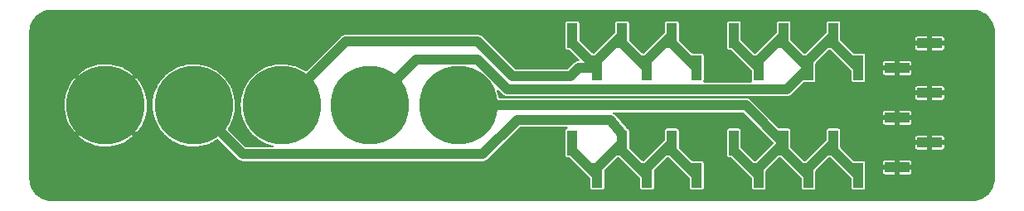
<source format=gbr>
%TF.GenerationSoftware,KiCad,Pcbnew,6.0.9+dfsg-1~bpo11+1*%
%TF.CreationDate,2022-11-11T14:52:19+01:00*%
%TF.ProjectId,014-base-power-board,3031342d-6261-4736-952d-706f7765722d,1*%
%TF.SameCoordinates,Original*%
%TF.FileFunction,Copper,L2,Bot*%
%TF.FilePolarity,Positive*%
%FSLAX46Y46*%
G04 Gerber Fmt 4.6, Leading zero omitted, Abs format (unit mm)*
G04 Created by KiCad (PCBNEW 6.0.9+dfsg-1~bpo11+1) date 2022-11-11 14:52:19*
%MOMM*%
%LPD*%
G01*
G04 APERTURE LIST*
%TA.AperFunction,ComponentPad*%
%ADD10C,8.000000*%
%TD*%
%TA.AperFunction,SMDPad,CuDef*%
%ADD11R,1.000000X2.510000*%
%TD*%
%TA.AperFunction,SMDPad,CuDef*%
%ADD12R,2.510000X1.000000*%
%TD*%
%TA.AperFunction,ComponentPad*%
%ADD13C,3.400000*%
%TD*%
%TA.AperFunction,Conductor*%
%ADD14C,1.000000*%
%TD*%
G04 APERTURE END LIST*
D10*
%TO.P,J1,1,Pin_1*%
%TO.N,GND*%
X106500000Y-90500000D03*
%TD*%
%TO.P,J7,1,Pin_1*%
%TO.N,Net-(J7-Pad1)*%
X133500000Y-90500000D03*
%TD*%
%TO.P,J3,1,Pin_1*%
%TO.N,Net-(J3-Pad1)*%
X115500000Y-90500000D03*
%TD*%
%TO.P,J9,1,Pin_1*%
%TO.N,Net-(J10-Pad1)*%
X142500000Y-90500000D03*
%TD*%
%TO.P,J5,1,Pin_1*%
%TO.N,Net-(J5-Pad1)*%
X124500000Y-90500000D03*
%TD*%
D11*
%TO.P,J10,6,Pin_6*%
%TO.N,Net-(J10-Pad1)*%
X170650000Y-94345000D03*
%TO.P,J10,5,Pin_5*%
X173190000Y-97655000D03*
%TO.P,J10,4,Pin_4*%
X175730000Y-94345000D03*
%TO.P,J10,3,Pin_3*%
X178270000Y-97655000D03*
%TO.P,J10,2,Pin_2*%
X180810000Y-94345000D03*
%TO.P,J10,1,Pin_1*%
X183350000Y-97655000D03*
%TD*%
%TO.P,J8,6,Pin_6*%
%TO.N,Net-(J7-Pad1)*%
X170650000Y-83345000D03*
%TO.P,J8,5,Pin_5*%
X173190000Y-86655000D03*
%TO.P,J8,4,Pin_4*%
X175730000Y-83345000D03*
%TO.P,J8,3,Pin_3*%
X178270000Y-86655000D03*
%TO.P,J8,2,Pin_2*%
X180810000Y-83345000D03*
%TO.P,J8,1,Pin_1*%
X183350000Y-86655000D03*
%TD*%
%TO.P,J6,6,Pin_6*%
%TO.N,Net-(J5-Pad1)*%
X154150000Y-83345000D03*
%TO.P,J6,5,Pin_5*%
X156690000Y-86655000D03*
%TO.P,J6,4,Pin_4*%
X159230000Y-83345000D03*
%TO.P,J6,3,Pin_3*%
X161770000Y-86655000D03*
%TO.P,J6,2,Pin_2*%
X164310000Y-83345000D03*
%TO.P,J6,1,Pin_1*%
X166850000Y-86655000D03*
%TD*%
%TO.P,J4,6,Pin_6*%
%TO.N,Net-(J3-Pad1)*%
X154150000Y-94345000D03*
%TO.P,J4,5,Pin_5*%
X156690000Y-97655000D03*
%TO.P,J4,4,Pin_4*%
X159230000Y-94345000D03*
%TO.P,J4,3,Pin_3*%
X161770000Y-97655000D03*
%TO.P,J4,2,Pin_2*%
X164310000Y-94345000D03*
%TO.P,J4,1,Pin_1*%
X166850000Y-97655000D03*
%TD*%
D12*
%TO.P,J2,1,Pin_1*%
%TO.N,GND*%
X190655000Y-84150000D03*
%TO.P,J2,2,Pin_2*%
X187345000Y-86690000D03*
%TO.P,J2,3,Pin_3*%
X190655000Y-89230000D03*
%TO.P,J2,4,Pin_4*%
X187345000Y-91770000D03*
%TO.P,J2,5,Pin_5*%
X190655000Y-94310000D03*
%TO.P,J2,6,Pin_6*%
X187345000Y-96850000D03*
%TD*%
D13*
%TO.P,H4,1,1*%
%TO.N,GND*%
X195000000Y-98000000D03*
%TD*%
%TO.P,H1,1,1*%
%TO.N,GND*%
X101000000Y-83000000D03*
%TD*%
%TO.P,H3,1,1*%
%TO.N,GND*%
X195000000Y-83000000D03*
%TD*%
%TO.P,H6,1,1*%
%TO.N,GND*%
X101000000Y-98000000D03*
%TD*%
%TO.P,H2,1,1*%
%TO.N,GND*%
X148500000Y-83000000D03*
%TD*%
%TO.P,H5,1,1*%
%TO.N,GND*%
X148500000Y-98000000D03*
%TD*%
D14*
%TO.N,Net-(J3-Pad1)*%
X148500000Y-92000000D02*
X158000000Y-92000000D01*
%TO.N,Net-(J10-Pad1)*%
X142500000Y-90500000D02*
X171885000Y-90500000D01*
%TO.N,Net-(J7-Pad1)*%
X147500000Y-88853196D02*
X176071804Y-88853196D01*
%TO.N,Net-(J5-Pad1)*%
X148000000Y-87500000D02*
X154000000Y-87500000D01*
%TO.N,Net-(J3-Pad1)*%
X115500000Y-90500000D02*
X120500000Y-95500000D01*
X120500000Y-95500000D02*
X145000000Y-95500000D01*
X145000000Y-95500000D02*
X148500000Y-92000000D01*
X158000000Y-92000000D02*
X159230000Y-93430000D01*
X159230000Y-93430000D02*
X159230000Y-94345000D01*
%TO.N,Net-(J5-Pad1)*%
X124500000Y-90500000D02*
X131000000Y-84000000D01*
X154845000Y-86655000D02*
X156690000Y-86655000D01*
X131000000Y-84000000D02*
X144500000Y-84000000D01*
X144500000Y-84000000D02*
X148000000Y-87500000D01*
X154000000Y-87500000D02*
X154845000Y-86655000D01*
%TO.N,Net-(J10-Pad1)*%
X171885000Y-90500000D02*
X175730000Y-94345000D01*
%TO.N,Net-(J7-Pad1)*%
X133500000Y-90500000D02*
X138200000Y-85800000D01*
X144446804Y-85800000D02*
X147500000Y-88853196D01*
X138200000Y-85800000D02*
X144446804Y-85800000D01*
X176071804Y-88853196D02*
X178270000Y-86655000D01*
%TO.N,Net-(J10-Pad1)*%
X180810000Y-94345000D02*
X180810000Y-95115000D01*
X180810000Y-95115000D02*
X183350000Y-97655000D01*
X178270000Y-97655000D02*
X178270000Y-96885000D01*
X178270000Y-96885000D02*
X180810000Y-94345000D01*
X175730000Y-94345000D02*
X175730000Y-95115000D01*
X175730000Y-95115000D02*
X178270000Y-97655000D01*
X173190000Y-97655000D02*
X173190000Y-96885000D01*
X173190000Y-96885000D02*
X175730000Y-94345000D01*
X170650000Y-94345000D02*
X170650000Y-95115000D01*
X170650000Y-95115000D02*
X173190000Y-97655000D01*
%TO.N,Net-(J7-Pad1)*%
X180810000Y-83345000D02*
X180810000Y-84115000D01*
X180810000Y-84115000D02*
X183350000Y-86655000D01*
X178270000Y-86655000D02*
X178270000Y-85885000D01*
X178270000Y-85885000D02*
X180810000Y-83345000D01*
X175730000Y-83345000D02*
X175730000Y-84115000D01*
X175730000Y-84115000D02*
X178270000Y-86655000D01*
X173190000Y-86655000D02*
X173190000Y-85885000D01*
X173190000Y-85885000D02*
X175730000Y-83345000D01*
X170650000Y-83345000D02*
X170650000Y-84115000D01*
X170650000Y-84115000D02*
X173190000Y-86655000D01*
%TO.N,Net-(J5-Pad1)*%
X164310000Y-83345000D02*
X164310000Y-84115000D01*
X164310000Y-84115000D02*
X166850000Y-86655000D01*
X161770000Y-86655000D02*
X161770000Y-85885000D01*
X161770000Y-85885000D02*
X164310000Y-83345000D01*
X159230000Y-83345000D02*
X159230000Y-84115000D01*
X159230000Y-84115000D02*
X161770000Y-86655000D01*
X156690000Y-86655000D02*
X156690000Y-85885000D01*
X156690000Y-85885000D02*
X159230000Y-83345000D01*
X154150000Y-83345000D02*
X154150000Y-84115000D01*
X154150000Y-84115000D02*
X156690000Y-86655000D01*
%TO.N,Net-(J3-Pad1)*%
X164310000Y-94345000D02*
X164310000Y-95115000D01*
X164310000Y-95115000D02*
X166850000Y-97655000D01*
X161770000Y-97655000D02*
X161770000Y-96885000D01*
X161770000Y-96885000D02*
X164310000Y-94345000D01*
X159230000Y-94345000D02*
X159230000Y-95115000D01*
X159230000Y-95115000D02*
X161770000Y-97655000D01*
X156690000Y-97655000D02*
X156690000Y-96885000D01*
X156690000Y-96885000D02*
X159230000Y-94345000D01*
X154150000Y-94345000D02*
X154150000Y-95115000D01*
X154150000Y-95115000D02*
X156690000Y-97655000D01*
%TD*%
%TA.AperFunction,Conductor*%
%TO.N,GND*%
G36*
X194988169Y-80703018D02*
G01*
X194999641Y-80705656D01*
X195010517Y-80703195D01*
X195021664Y-80703214D01*
X195021664Y-80703243D01*
X195031772Y-80702422D01*
X195161986Y-80710298D01*
X195271204Y-80716905D01*
X195283056Y-80718344D01*
X195544422Y-80766241D01*
X195556015Y-80769098D01*
X195762244Y-80833361D01*
X195809695Y-80848148D01*
X195820873Y-80852387D01*
X196063170Y-80961436D01*
X196073756Y-80966992D01*
X196301142Y-81104452D01*
X196310980Y-81111243D01*
X196520132Y-81275103D01*
X196529081Y-81283030D01*
X196716970Y-81470919D01*
X196724897Y-81479868D01*
X196888757Y-81689020D01*
X196895548Y-81698858D01*
X197011369Y-81890448D01*
X197033008Y-81926244D01*
X197038563Y-81936827D01*
X197068642Y-82003660D01*
X197147613Y-82179127D01*
X197151852Y-82190305D01*
X197230900Y-82443977D01*
X197233759Y-82455578D01*
X197281655Y-82716936D01*
X197283096Y-82728803D01*
X197297547Y-82967712D01*
X197296724Y-82977628D01*
X197296862Y-82977628D01*
X197296842Y-82988776D01*
X197294344Y-82999641D01*
X197296804Y-83010513D01*
X197297059Y-83011638D01*
X197299500Y-83033488D01*
X197299500Y-97965983D01*
X197296982Y-97988169D01*
X197294344Y-97999641D01*
X197296805Y-98010517D01*
X197296786Y-98021664D01*
X197296757Y-98021664D01*
X197297578Y-98031772D01*
X197283096Y-98271197D01*
X197281656Y-98283056D01*
X197233761Y-98544415D01*
X197230900Y-98556023D01*
X197151852Y-98809695D01*
X197147613Y-98820873D01*
X197042443Y-99054552D01*
X197038564Y-99063170D01*
X197033009Y-99073754D01*
X197010795Y-99110500D01*
X196895548Y-99301142D01*
X196888757Y-99310980D01*
X196724897Y-99520132D01*
X196716970Y-99529081D01*
X196529081Y-99716970D01*
X196520132Y-99724897D01*
X196310980Y-99888757D01*
X196301142Y-99895548D01*
X196073756Y-100033008D01*
X196063170Y-100038564D01*
X195820873Y-100147613D01*
X195809695Y-100151852D01*
X195556015Y-100230902D01*
X195544422Y-100233759D01*
X195283056Y-100281656D01*
X195271204Y-100283095D01*
X195032288Y-100297547D01*
X195022372Y-100296724D01*
X195022372Y-100296862D01*
X195011224Y-100296842D01*
X195000359Y-100294344D01*
X194988359Y-100297059D01*
X194966512Y-100299500D01*
X101034017Y-100299500D01*
X101011831Y-100296982D01*
X101011801Y-100296975D01*
X101000359Y-100294344D01*
X100989483Y-100296805D01*
X100978336Y-100296786D01*
X100978336Y-100296757D01*
X100968228Y-100297578D01*
X100838014Y-100289702D01*
X100728796Y-100283095D01*
X100716944Y-100281656D01*
X100455578Y-100233759D01*
X100443985Y-100230902D01*
X100190305Y-100151852D01*
X100179127Y-100147613D01*
X99936830Y-100038564D01*
X99926244Y-100033008D01*
X99698858Y-99895548D01*
X99689020Y-99888757D01*
X99479868Y-99724897D01*
X99470919Y-99716970D01*
X99283030Y-99529081D01*
X99275103Y-99520132D01*
X99111243Y-99310980D01*
X99104452Y-99301142D01*
X98989205Y-99110500D01*
X98966991Y-99073754D01*
X98961436Y-99063170D01*
X98957558Y-99054552D01*
X98852387Y-98820873D01*
X98848148Y-98809695D01*
X98769100Y-98556023D01*
X98766239Y-98544415D01*
X98718344Y-98283056D01*
X98716904Y-98271197D01*
X98702469Y-98032548D01*
X98704207Y-98011810D01*
X98703747Y-98011757D01*
X98704389Y-98006179D01*
X98705655Y-98000718D01*
X98705656Y-98000000D01*
X98704412Y-97994545D01*
X98702980Y-97988266D01*
X98700500Y-97966248D01*
X98700500Y-93643364D01*
X103716018Y-93643364D01*
X103716710Y-93647736D01*
X103717235Y-93648435D01*
X103772852Y-93700664D01*
X103776529Y-93703793D01*
X104098194Y-93951509D01*
X104102164Y-93954268D01*
X104446469Y-94169414D01*
X104450687Y-94171771D01*
X104814340Y-94352290D01*
X104818762Y-94354222D01*
X105198314Y-94498400D01*
X105202881Y-94499884D01*
X105594692Y-94606336D01*
X105599407Y-94607373D01*
X105999721Y-94675082D01*
X106004517Y-94675654D01*
X106409531Y-94703975D01*
X106414352Y-94704076D01*
X106820187Y-94692740D01*
X106825012Y-94692368D01*
X107227795Y-94641485D01*
X107232563Y-94640645D01*
X107628476Y-94550695D01*
X107633110Y-94549401D01*
X108018355Y-94421247D01*
X108022871Y-94419495D01*
X108393766Y-94254362D01*
X108398067Y-94252189D01*
X108751086Y-94051647D01*
X108755162Y-94049061D01*
X109086913Y-93815036D01*
X109090735Y-93812049D01*
X109276250Y-93651917D01*
X109283158Y-93640510D01*
X109282880Y-93637197D01*
X109281316Y-93634869D01*
X106511086Y-90864639D01*
X106499203Y-90858585D01*
X106494172Y-90859381D01*
X103722072Y-93631481D01*
X103716018Y-93643364D01*
X98700500Y-93643364D01*
X98700500Y-90443692D01*
X102295429Y-90443692D01*
X102309599Y-90849460D01*
X102310003Y-90854269D01*
X102363697Y-91256686D01*
X102364573Y-91261460D01*
X102457277Y-91656706D01*
X102458616Y-91661376D01*
X102589448Y-92045693D01*
X102591228Y-92050191D01*
X102758950Y-92419930D01*
X102761154Y-92424219D01*
X102964151Y-92775818D01*
X102966772Y-92779887D01*
X103203104Y-93109992D01*
X103206119Y-93113796D01*
X103348212Y-93276107D01*
X103359671Y-93282938D01*
X103363162Y-93282620D01*
X103365220Y-93281227D01*
X106135361Y-90511086D01*
X106140603Y-90500797D01*
X106858585Y-90500797D01*
X106859381Y-90505828D01*
X109632137Y-93278584D01*
X109644020Y-93284638D01*
X109648572Y-93283917D01*
X109649017Y-93283586D01*
X109681541Y-93249432D01*
X109684706Y-93245765D01*
X109934655Y-92925844D01*
X109937445Y-92921890D01*
X110154983Y-92579107D01*
X110157375Y-92574896D01*
X110340427Y-92212513D01*
X110342393Y-92208098D01*
X110489211Y-91829579D01*
X110490735Y-91824996D01*
X110599913Y-91433965D01*
X110600988Y-91429235D01*
X110671486Y-91029423D01*
X110672093Y-91024613D01*
X110703306Y-90618965D01*
X110703448Y-90615852D01*
X110705043Y-90501560D01*
X110704989Y-90498451D01*
X110702193Y-90441281D01*
X111294844Y-90441281D01*
X111309184Y-90851913D01*
X111363525Y-91259185D01*
X111457350Y-91659211D01*
X111589764Y-92048172D01*
X111759501Y-92422356D01*
X111964942Y-92778190D01*
X111966345Y-92780150D01*
X111966351Y-92780159D01*
X112170627Y-93065488D01*
X112204125Y-93112278D01*
X112474769Y-93421432D01*
X112476529Y-93423085D01*
X112476536Y-93423092D01*
X112545173Y-93487546D01*
X112774289Y-93702700D01*
X112776201Y-93704172D01*
X112776204Y-93704175D01*
X113097374Y-93951509D01*
X113099826Y-93953397D01*
X113196547Y-94013835D01*
X113446225Y-94169851D01*
X113446230Y-94169854D01*
X113448274Y-94171131D01*
X113450438Y-94172205D01*
X113450443Y-94172208D01*
X113814130Y-94352744D01*
X113816306Y-94353824D01*
X114200409Y-94499731D01*
X114202717Y-94500358D01*
X114202726Y-94500361D01*
X114415267Y-94558107D01*
X114596916Y-94607460D01*
X115002044Y-94675982D01*
X115004452Y-94676150D01*
X115004457Y-94676151D01*
X115409520Y-94704476D01*
X115409524Y-94704476D01*
X115411925Y-94704644D01*
X115414331Y-94704577D01*
X115414341Y-94704577D01*
X115820225Y-94693239D01*
X115820232Y-94693238D01*
X115822647Y-94693171D01*
X116230289Y-94641674D01*
X116232642Y-94641139D01*
X116232650Y-94641138D01*
X116628611Y-94551178D01*
X116628617Y-94551176D01*
X116630960Y-94550644D01*
X117020836Y-94420949D01*
X117328133Y-94284132D01*
X117393992Y-94254810D01*
X117393995Y-94254809D01*
X117396195Y-94253829D01*
X117753455Y-94050877D01*
X117865210Y-93972042D01*
X117923657Y-93953950D01*
X117981578Y-93973667D01*
X117992279Y-93982936D01*
X119985078Y-95975735D01*
X119989677Y-95980659D01*
X120027831Y-96024396D01*
X120032713Y-96027827D01*
X120032714Y-96027828D01*
X120080052Y-96061097D01*
X120084205Y-96064182D01*
X120103132Y-96079022D01*
X120129758Y-96099900D01*
X120129761Y-96099902D01*
X120134457Y-96103584D01*
X120139900Y-96106042D01*
X120139901Y-96106042D01*
X120142835Y-96107367D01*
X120159028Y-96116602D01*
X120166547Y-96121887D01*
X120172106Y-96124054D01*
X120172109Y-96124056D01*
X120226027Y-96145078D01*
X120230803Y-96147086D01*
X120246387Y-96154122D01*
X120288984Y-96173355D01*
X120297713Y-96174973D01*
X120298026Y-96175031D01*
X120315938Y-96180133D01*
X120324513Y-96183476D01*
X120387819Y-96191810D01*
X120392914Y-96192616D01*
X120423476Y-96198281D01*
X120449820Y-96203164D01*
X120449823Y-96203164D01*
X120455692Y-96204252D01*
X120517925Y-96200664D01*
X120523622Y-96200500D01*
X144972271Y-96200500D01*
X144979005Y-96200729D01*
X145036930Y-96204678D01*
X145042801Y-96203653D01*
X145042806Y-96203653D01*
X145099820Y-96193702D01*
X145104947Y-96192945D01*
X145162396Y-96185993D01*
X145162397Y-96185993D01*
X145168320Y-96185276D01*
X145176932Y-96182022D01*
X145194895Y-96177108D01*
X145203954Y-96175527D01*
X145252717Y-96154122D01*
X145262404Y-96149870D01*
X145267202Y-96147912D01*
X145321339Y-96127455D01*
X145326923Y-96125345D01*
X145331838Y-96121967D01*
X145331846Y-96121963D01*
X145334505Y-96120135D01*
X145350778Y-96111077D01*
X145353739Y-96109777D01*
X145359202Y-96107379D01*
X145363934Y-96103748D01*
X145363939Y-96103745D01*
X145409854Y-96068513D01*
X145414046Y-96065467D01*
X145461732Y-96032693D01*
X145461733Y-96032692D01*
X145466651Y-96029312D01*
X145470618Y-96024859D01*
X145470622Y-96024856D01*
X145508115Y-95982774D01*
X145512028Y-95978628D01*
X148761160Y-92729496D01*
X148815677Y-92701719D01*
X148831164Y-92700500D01*
X153575254Y-92700500D01*
X153633445Y-92719407D01*
X153669409Y-92768907D01*
X153669409Y-92830093D01*
X153633445Y-92879593D01*
X153594568Y-92896598D01*
X153581334Y-92899230D01*
X153581332Y-92899231D01*
X153571769Y-92901133D01*
X153505448Y-92945448D01*
X153461133Y-93011769D01*
X153449500Y-93070252D01*
X153449500Y-95087271D01*
X153449271Y-95094005D01*
X153445322Y-95151930D01*
X153446347Y-95157801D01*
X153446347Y-95157806D01*
X153448026Y-95167424D01*
X153449500Y-95184445D01*
X153449500Y-95619748D01*
X153461133Y-95678231D01*
X153505448Y-95744552D01*
X153571769Y-95788867D01*
X153581332Y-95790769D01*
X153581334Y-95790770D01*
X153604005Y-95795279D01*
X153630252Y-95800500D01*
X153803836Y-95800500D01*
X153862027Y-95819407D01*
X153873840Y-95829496D01*
X155960504Y-97916160D01*
X155988281Y-97970677D01*
X155989500Y-97986164D01*
X155989500Y-98929748D01*
X156001133Y-98988231D01*
X156045448Y-99054552D01*
X156111769Y-99098867D01*
X156121332Y-99100769D01*
X156121334Y-99100770D01*
X156144005Y-99105279D01*
X156170252Y-99110500D01*
X157209748Y-99110500D01*
X157235995Y-99105279D01*
X157258666Y-99100770D01*
X157258668Y-99100769D01*
X157268231Y-99098867D01*
X157334552Y-99054552D01*
X157378867Y-98988231D01*
X157390500Y-98929748D01*
X157390500Y-97682724D01*
X157390729Y-97675990D01*
X157394272Y-97624020D01*
X157394678Y-97618070D01*
X157393653Y-97612199D01*
X157393653Y-97612194D01*
X157391974Y-97602576D01*
X157390500Y-97585555D01*
X157390500Y-97216164D01*
X157409407Y-97157973D01*
X157419496Y-97146160D01*
X158736160Y-95829496D01*
X158790677Y-95801719D01*
X158806164Y-95800500D01*
X158883836Y-95800500D01*
X158942027Y-95819407D01*
X158953840Y-95829496D01*
X161040504Y-97916160D01*
X161068281Y-97970677D01*
X161069500Y-97986164D01*
X161069500Y-98929748D01*
X161081133Y-98988231D01*
X161125448Y-99054552D01*
X161191769Y-99098867D01*
X161201332Y-99100769D01*
X161201334Y-99100770D01*
X161224005Y-99105279D01*
X161250252Y-99110500D01*
X162289748Y-99110500D01*
X162315995Y-99105279D01*
X162338666Y-99100770D01*
X162338668Y-99100769D01*
X162348231Y-99098867D01*
X162414552Y-99054552D01*
X162458867Y-98988231D01*
X162470500Y-98929748D01*
X162470500Y-97682724D01*
X162470729Y-97675990D01*
X162474272Y-97624020D01*
X162474678Y-97618070D01*
X162473653Y-97612199D01*
X162473653Y-97612194D01*
X162471974Y-97602576D01*
X162470500Y-97585555D01*
X162470500Y-97216164D01*
X162489407Y-97157973D01*
X162499496Y-97146160D01*
X163816160Y-95829496D01*
X163870677Y-95801719D01*
X163886164Y-95800500D01*
X163963836Y-95800500D01*
X164022027Y-95819407D01*
X164033840Y-95829496D01*
X166120504Y-97916160D01*
X166148281Y-97970677D01*
X166149500Y-97986164D01*
X166149500Y-98929748D01*
X166161133Y-98988231D01*
X166205448Y-99054552D01*
X166271769Y-99098867D01*
X166281332Y-99100769D01*
X166281334Y-99100770D01*
X166304005Y-99105279D01*
X166330252Y-99110500D01*
X167369748Y-99110500D01*
X167395995Y-99105279D01*
X167418666Y-99100770D01*
X167418668Y-99100769D01*
X167428231Y-99098867D01*
X167494552Y-99054552D01*
X167538867Y-98988231D01*
X167550500Y-98929748D01*
X167550500Y-97682724D01*
X167550729Y-97675990D01*
X167554272Y-97624020D01*
X167554678Y-97618070D01*
X167553653Y-97612199D01*
X167553653Y-97612194D01*
X167551974Y-97602576D01*
X167550500Y-97585555D01*
X167550500Y-96380252D01*
X167538867Y-96321769D01*
X167494552Y-96255448D01*
X167428231Y-96211133D01*
X167418668Y-96209231D01*
X167418666Y-96209230D01*
X167391908Y-96203908D01*
X167369748Y-96199500D01*
X166426165Y-96199500D01*
X166367974Y-96180593D01*
X166356161Y-96170504D01*
X165039496Y-94853839D01*
X165011719Y-94799322D01*
X165010500Y-94783835D01*
X165010500Y-94418647D01*
X165012158Y-94400605D01*
X165013164Y-94395180D01*
X165013164Y-94395177D01*
X165014252Y-94389308D01*
X165010664Y-94327081D01*
X165010500Y-94321382D01*
X165010500Y-93070252D01*
X164998867Y-93011769D01*
X164954552Y-92945448D01*
X164888231Y-92901133D01*
X164878668Y-92899231D01*
X164878666Y-92899230D01*
X164855995Y-92894721D01*
X164829748Y-92889500D01*
X163790252Y-92889500D01*
X163764005Y-92894721D01*
X163741334Y-92899230D01*
X163741332Y-92899231D01*
X163731769Y-92901133D01*
X163665448Y-92945448D01*
X163621133Y-93011769D01*
X163609500Y-93070252D01*
X163609500Y-94013835D01*
X163590593Y-94072026D01*
X163580504Y-94083839D01*
X161493839Y-96170504D01*
X161439322Y-96198281D01*
X161423835Y-96199500D01*
X161346165Y-96199500D01*
X161287974Y-96180593D01*
X161276161Y-96170504D01*
X159959496Y-94853839D01*
X159931719Y-94799322D01*
X159930500Y-94783835D01*
X159930500Y-94418647D01*
X159932158Y-94400605D01*
X159933164Y-94395180D01*
X159933164Y-94395177D01*
X159934252Y-94389308D01*
X159930664Y-94327081D01*
X159930500Y-94321382D01*
X159930500Y-93487546D01*
X159931512Y-93473426D01*
X159934613Y-93451909D01*
X159934613Y-93451906D01*
X159935463Y-93446008D01*
X159930972Y-93400205D01*
X159930500Y-93390544D01*
X159930500Y-93070252D01*
X159918867Y-93011769D01*
X159874552Y-92945448D01*
X159808231Y-92901133D01*
X159798668Y-92899231D01*
X159798666Y-92899230D01*
X159775995Y-92894721D01*
X159749748Y-92889500D01*
X159734505Y-92889500D01*
X159676314Y-92870593D01*
X159659450Y-92855058D01*
X159591527Y-92776090D01*
X159106947Y-92212717D01*
X158586184Y-91607277D01*
X158584523Y-91605109D01*
X158583625Y-91603369D01*
X158526481Y-91537863D01*
X158526101Y-91537424D01*
X158505293Y-91513233D01*
X158505290Y-91513230D01*
X158503347Y-91510971D01*
X158502139Y-91509868D01*
X158500617Y-91508214D01*
X158476093Y-91480102D01*
X158476092Y-91480101D01*
X158472169Y-91475604D01*
X158444532Y-91456181D01*
X158434713Y-91448300D01*
X158409769Y-91425522D01*
X158404534Y-91422668D01*
X158404530Y-91422665D01*
X158375195Y-91406671D01*
X158365661Y-91400749D01*
X158336846Y-91380498D01*
X158300109Y-91331569D01*
X158299147Y-91270391D01*
X158334328Y-91220332D01*
X158393771Y-91200500D01*
X171553836Y-91200500D01*
X171612027Y-91219407D01*
X171623840Y-91229496D01*
X174669339Y-94274996D01*
X174697116Y-94329513D01*
X174687545Y-94389945D01*
X174669339Y-94415004D01*
X172913839Y-96170504D01*
X172859322Y-96198281D01*
X172843835Y-96199500D01*
X172766165Y-96199500D01*
X172707974Y-96180593D01*
X172696161Y-96170504D01*
X171379496Y-94853839D01*
X171351719Y-94799322D01*
X171350500Y-94783835D01*
X171350500Y-93070252D01*
X171338867Y-93011769D01*
X171294552Y-92945448D01*
X171228231Y-92901133D01*
X171218668Y-92899231D01*
X171218666Y-92899230D01*
X171195995Y-92894721D01*
X171169748Y-92889500D01*
X170130252Y-92889500D01*
X170104005Y-92894721D01*
X170081334Y-92899230D01*
X170081332Y-92899231D01*
X170071769Y-92901133D01*
X170005448Y-92945448D01*
X169961133Y-93011769D01*
X169949500Y-93070252D01*
X169949500Y-95087271D01*
X169949271Y-95094005D01*
X169945322Y-95151930D01*
X169946347Y-95157801D01*
X169946347Y-95157806D01*
X169948026Y-95167424D01*
X169949500Y-95184445D01*
X169949500Y-95619748D01*
X169961133Y-95678231D01*
X170005448Y-95744552D01*
X170071769Y-95788867D01*
X170081332Y-95790769D01*
X170081334Y-95790770D01*
X170104005Y-95795279D01*
X170130252Y-95800500D01*
X170303836Y-95800500D01*
X170362027Y-95819407D01*
X170373840Y-95829496D01*
X172460504Y-97916160D01*
X172488281Y-97970677D01*
X172489500Y-97986164D01*
X172489500Y-98929748D01*
X172501133Y-98988231D01*
X172545448Y-99054552D01*
X172611769Y-99098867D01*
X172621332Y-99100769D01*
X172621334Y-99100770D01*
X172644005Y-99105279D01*
X172670252Y-99110500D01*
X173709748Y-99110500D01*
X173735995Y-99105279D01*
X173758666Y-99100770D01*
X173758668Y-99100769D01*
X173768231Y-99098867D01*
X173834552Y-99054552D01*
X173878867Y-98988231D01*
X173890500Y-98929748D01*
X173890500Y-97682724D01*
X173890729Y-97675990D01*
X173894272Y-97624020D01*
X173894678Y-97618070D01*
X173893653Y-97612199D01*
X173893653Y-97612194D01*
X173891974Y-97602576D01*
X173890500Y-97585555D01*
X173890500Y-97216164D01*
X173909407Y-97157973D01*
X173919496Y-97146160D01*
X175236160Y-95829496D01*
X175290677Y-95801719D01*
X175306164Y-95800500D01*
X175383836Y-95800500D01*
X175442027Y-95819407D01*
X175453840Y-95829496D01*
X177540504Y-97916160D01*
X177568281Y-97970677D01*
X177569500Y-97986164D01*
X177569500Y-98929748D01*
X177581133Y-98988231D01*
X177625448Y-99054552D01*
X177691769Y-99098867D01*
X177701332Y-99100769D01*
X177701334Y-99100770D01*
X177724005Y-99105279D01*
X177750252Y-99110500D01*
X178789748Y-99110500D01*
X178815995Y-99105279D01*
X178838666Y-99100770D01*
X178838668Y-99100769D01*
X178848231Y-99098867D01*
X178914552Y-99054552D01*
X178958867Y-98988231D01*
X178970500Y-98929748D01*
X178970500Y-97682724D01*
X178970729Y-97675990D01*
X178974272Y-97624020D01*
X178974678Y-97618070D01*
X178973653Y-97612199D01*
X178973653Y-97612194D01*
X178971974Y-97602576D01*
X178970500Y-97585555D01*
X178970500Y-97216164D01*
X178989407Y-97157973D01*
X178999496Y-97146160D01*
X180316160Y-95829496D01*
X180370677Y-95801719D01*
X180386164Y-95800500D01*
X180463836Y-95800500D01*
X180522027Y-95819407D01*
X180533840Y-95829496D01*
X182620504Y-97916160D01*
X182648281Y-97970677D01*
X182649500Y-97986164D01*
X182649500Y-98929748D01*
X182661133Y-98988231D01*
X182705448Y-99054552D01*
X182771769Y-99098867D01*
X182781332Y-99100769D01*
X182781334Y-99100770D01*
X182804005Y-99105279D01*
X182830252Y-99110500D01*
X183869748Y-99110500D01*
X183895995Y-99105279D01*
X183918666Y-99100770D01*
X183918668Y-99100769D01*
X183928231Y-99098867D01*
X183994552Y-99054552D01*
X184038867Y-98988231D01*
X184050500Y-98929748D01*
X184050500Y-97682724D01*
X184050729Y-97675990D01*
X184054272Y-97624020D01*
X184054678Y-97618070D01*
X184053653Y-97612199D01*
X184053653Y-97612194D01*
X184051974Y-97602576D01*
X184050500Y-97585555D01*
X184050500Y-97364840D01*
X185890000Y-97364840D01*
X185890948Y-97374462D01*
X185899702Y-97418474D01*
X185907021Y-97436142D01*
X185940389Y-97486082D01*
X185953918Y-97499611D01*
X186003858Y-97532979D01*
X186021526Y-97540298D01*
X186065538Y-97549052D01*
X186075160Y-97550000D01*
X187079320Y-97550000D01*
X187092005Y-97545878D01*
X187095000Y-97541757D01*
X187095000Y-97534320D01*
X187595000Y-97534320D01*
X187599122Y-97547005D01*
X187603243Y-97550000D01*
X188614840Y-97550000D01*
X188624462Y-97549052D01*
X188668474Y-97540298D01*
X188686142Y-97532979D01*
X188736082Y-97499611D01*
X188749611Y-97486082D01*
X188782979Y-97436142D01*
X188790298Y-97418474D01*
X188799052Y-97374462D01*
X188800000Y-97364840D01*
X188800000Y-97115680D01*
X188795878Y-97102995D01*
X188791757Y-97100000D01*
X187610680Y-97100000D01*
X187597995Y-97104122D01*
X187595000Y-97108243D01*
X187595000Y-97534320D01*
X187095000Y-97534320D01*
X187095000Y-97115680D01*
X187090878Y-97102995D01*
X187086757Y-97100000D01*
X185905680Y-97100000D01*
X185892995Y-97104122D01*
X185890000Y-97108243D01*
X185890000Y-97364840D01*
X184050500Y-97364840D01*
X184050500Y-96584320D01*
X185890000Y-96584320D01*
X185894122Y-96597005D01*
X185898243Y-96600000D01*
X187079320Y-96600000D01*
X187092005Y-96595878D01*
X187095000Y-96591757D01*
X187095000Y-96584320D01*
X187595000Y-96584320D01*
X187599122Y-96597005D01*
X187603243Y-96600000D01*
X188784320Y-96600000D01*
X188797005Y-96595878D01*
X188800000Y-96591757D01*
X188800000Y-96335160D01*
X188799052Y-96325538D01*
X188790298Y-96281526D01*
X188782979Y-96263858D01*
X188749611Y-96213918D01*
X188736082Y-96200389D01*
X188686142Y-96167021D01*
X188668474Y-96159702D01*
X188624462Y-96150948D01*
X188614840Y-96150000D01*
X187610680Y-96150000D01*
X187597995Y-96154122D01*
X187595000Y-96158243D01*
X187595000Y-96584320D01*
X187095000Y-96584320D01*
X187095000Y-96165680D01*
X187090878Y-96152995D01*
X187086757Y-96150000D01*
X186075160Y-96150000D01*
X186065538Y-96150948D01*
X186021526Y-96159702D01*
X186003858Y-96167021D01*
X185953918Y-96200389D01*
X185940389Y-96213918D01*
X185907021Y-96263858D01*
X185899702Y-96281526D01*
X185890948Y-96325538D01*
X185890000Y-96335160D01*
X185890000Y-96584320D01*
X184050500Y-96584320D01*
X184050500Y-96380252D01*
X184038867Y-96321769D01*
X183994552Y-96255448D01*
X183928231Y-96211133D01*
X183918668Y-96209231D01*
X183918666Y-96209230D01*
X183891908Y-96203908D01*
X183869748Y-96199500D01*
X182926165Y-96199500D01*
X182867974Y-96180593D01*
X182856161Y-96170504D01*
X181539496Y-94853839D01*
X181524721Y-94824840D01*
X189200000Y-94824840D01*
X189200948Y-94834462D01*
X189209702Y-94878474D01*
X189217021Y-94896142D01*
X189250389Y-94946082D01*
X189263918Y-94959611D01*
X189313858Y-94992979D01*
X189331526Y-95000298D01*
X189375538Y-95009052D01*
X189385160Y-95010000D01*
X190389320Y-95010000D01*
X190402005Y-95005878D01*
X190405000Y-95001757D01*
X190405000Y-94994320D01*
X190905000Y-94994320D01*
X190909122Y-95007005D01*
X190913243Y-95010000D01*
X191924840Y-95010000D01*
X191934462Y-95009052D01*
X191978474Y-95000298D01*
X191996142Y-94992979D01*
X192046082Y-94959611D01*
X192059611Y-94946082D01*
X192092979Y-94896142D01*
X192100298Y-94878474D01*
X192109052Y-94834462D01*
X192110000Y-94824840D01*
X192110000Y-94575680D01*
X192105878Y-94562995D01*
X192101757Y-94560000D01*
X190920680Y-94560000D01*
X190907995Y-94564122D01*
X190905000Y-94568243D01*
X190905000Y-94994320D01*
X190405000Y-94994320D01*
X190405000Y-94575680D01*
X190400878Y-94562995D01*
X190396757Y-94560000D01*
X189215680Y-94560000D01*
X189202995Y-94564122D01*
X189200000Y-94568243D01*
X189200000Y-94824840D01*
X181524721Y-94824840D01*
X181511719Y-94799322D01*
X181510500Y-94783835D01*
X181510500Y-94418647D01*
X181512158Y-94400605D01*
X181513164Y-94395180D01*
X181513164Y-94395177D01*
X181514252Y-94389308D01*
X181510664Y-94327081D01*
X181510500Y-94321382D01*
X181510500Y-94044320D01*
X189200000Y-94044320D01*
X189204122Y-94057005D01*
X189208243Y-94060000D01*
X190389320Y-94060000D01*
X190402005Y-94055878D01*
X190405000Y-94051757D01*
X190405000Y-94044320D01*
X190905000Y-94044320D01*
X190909122Y-94057005D01*
X190913243Y-94060000D01*
X192094320Y-94060000D01*
X192107005Y-94055878D01*
X192110000Y-94051757D01*
X192110000Y-93795160D01*
X192109052Y-93785538D01*
X192100298Y-93741526D01*
X192092979Y-93723858D01*
X192059611Y-93673918D01*
X192046082Y-93660389D01*
X191996142Y-93627021D01*
X191978474Y-93619702D01*
X191934462Y-93610948D01*
X191924840Y-93610000D01*
X190920680Y-93610000D01*
X190907995Y-93614122D01*
X190905000Y-93618243D01*
X190905000Y-94044320D01*
X190405000Y-94044320D01*
X190405000Y-93625680D01*
X190400878Y-93612995D01*
X190396757Y-93610000D01*
X189385160Y-93610000D01*
X189375538Y-93610948D01*
X189331526Y-93619702D01*
X189313858Y-93627021D01*
X189263918Y-93660389D01*
X189250389Y-93673918D01*
X189217021Y-93723858D01*
X189209702Y-93741526D01*
X189200948Y-93785538D01*
X189200000Y-93795160D01*
X189200000Y-94044320D01*
X181510500Y-94044320D01*
X181510500Y-93070252D01*
X181498867Y-93011769D01*
X181454552Y-92945448D01*
X181388231Y-92901133D01*
X181378668Y-92899231D01*
X181378666Y-92899230D01*
X181355995Y-92894721D01*
X181329748Y-92889500D01*
X180290252Y-92889500D01*
X180264005Y-92894721D01*
X180241334Y-92899230D01*
X180241332Y-92899231D01*
X180231769Y-92901133D01*
X180165448Y-92945448D01*
X180121133Y-93011769D01*
X180109500Y-93070252D01*
X180109500Y-94013835D01*
X180090593Y-94072026D01*
X180080504Y-94083839D01*
X177993839Y-96170504D01*
X177939322Y-96198281D01*
X177923835Y-96199500D01*
X177846165Y-96199500D01*
X177787974Y-96180593D01*
X177776161Y-96170504D01*
X176459496Y-94853839D01*
X176431719Y-94799322D01*
X176430500Y-94783835D01*
X176430500Y-94418647D01*
X176432158Y-94400605D01*
X176434252Y-94389308D01*
X176432268Y-94354900D01*
X176432333Y-94342467D01*
X176434272Y-94314021D01*
X176434678Y-94308070D01*
X176433653Y-94302199D01*
X176433653Y-94302194D01*
X176431974Y-94292576D01*
X176430500Y-94275555D01*
X176430500Y-93070252D01*
X176418867Y-93011769D01*
X176374552Y-92945448D01*
X176308231Y-92901133D01*
X176298668Y-92899231D01*
X176298666Y-92899230D01*
X176275995Y-92894721D01*
X176249748Y-92889500D01*
X175306164Y-92889500D01*
X175247973Y-92870593D01*
X175236160Y-92860504D01*
X174660496Y-92284840D01*
X185890000Y-92284840D01*
X185890948Y-92294462D01*
X185899702Y-92338474D01*
X185907021Y-92356142D01*
X185940389Y-92406082D01*
X185953918Y-92419611D01*
X186003858Y-92452979D01*
X186021526Y-92460298D01*
X186065538Y-92469052D01*
X186075160Y-92470000D01*
X187079320Y-92470000D01*
X187092005Y-92465878D01*
X187095000Y-92461757D01*
X187095000Y-92454320D01*
X187595000Y-92454320D01*
X187599122Y-92467005D01*
X187603243Y-92470000D01*
X188614840Y-92470000D01*
X188624462Y-92469052D01*
X188668474Y-92460298D01*
X188686142Y-92452979D01*
X188736082Y-92419611D01*
X188749611Y-92406082D01*
X188782979Y-92356142D01*
X188790298Y-92338474D01*
X188799052Y-92294462D01*
X188800000Y-92284840D01*
X188800000Y-92035680D01*
X188795878Y-92022995D01*
X188791757Y-92020000D01*
X187610680Y-92020000D01*
X187597995Y-92024122D01*
X187595000Y-92028243D01*
X187595000Y-92454320D01*
X187095000Y-92454320D01*
X187095000Y-92035680D01*
X187090878Y-92022995D01*
X187086757Y-92020000D01*
X185905680Y-92020000D01*
X185892995Y-92024122D01*
X185890000Y-92028243D01*
X185890000Y-92284840D01*
X174660496Y-92284840D01*
X173879977Y-91504320D01*
X185890000Y-91504320D01*
X185894122Y-91517005D01*
X185898243Y-91520000D01*
X187079320Y-91520000D01*
X187092005Y-91515878D01*
X187095000Y-91511757D01*
X187095000Y-91504320D01*
X187595000Y-91504320D01*
X187599122Y-91517005D01*
X187603243Y-91520000D01*
X188784320Y-91520000D01*
X188797005Y-91515878D01*
X188800000Y-91511757D01*
X188800000Y-91255160D01*
X188799052Y-91245538D01*
X188790298Y-91201526D01*
X188782979Y-91183858D01*
X188749611Y-91133918D01*
X188736082Y-91120389D01*
X188686142Y-91087021D01*
X188668474Y-91079702D01*
X188624462Y-91070948D01*
X188614840Y-91070000D01*
X187610680Y-91070000D01*
X187597995Y-91074122D01*
X187595000Y-91078243D01*
X187595000Y-91504320D01*
X187095000Y-91504320D01*
X187095000Y-91085680D01*
X187090878Y-91072995D01*
X187086757Y-91070000D01*
X186075160Y-91070000D01*
X186065538Y-91070948D01*
X186021526Y-91079702D01*
X186003858Y-91087021D01*
X185953918Y-91120389D01*
X185940389Y-91133918D01*
X185907021Y-91183858D01*
X185899702Y-91201526D01*
X185890948Y-91245538D01*
X185890000Y-91255160D01*
X185890000Y-91504320D01*
X173879977Y-91504320D01*
X173828213Y-91452556D01*
X172399922Y-90024265D01*
X172395323Y-90019341D01*
X172361092Y-89980101D01*
X172357169Y-89975604D01*
X172304939Y-89938897D01*
X172300786Y-89935812D01*
X172255242Y-89900100D01*
X172255239Y-89900098D01*
X172250543Y-89896416D01*
X172245099Y-89893958D01*
X172242165Y-89892633D01*
X172225972Y-89883398D01*
X172218453Y-89878113D01*
X172212894Y-89875946D01*
X172212891Y-89875944D01*
X172158973Y-89854922D01*
X172154197Y-89852914D01*
X172125920Y-89840147D01*
X172096016Y-89826645D01*
X172086975Y-89824969D01*
X172069062Y-89819867D01*
X172060487Y-89816524D01*
X171997181Y-89808190D01*
X171992086Y-89807384D01*
X171959913Y-89801420D01*
X171935180Y-89796836D01*
X171935177Y-89796836D01*
X171929308Y-89795748D01*
X171867076Y-89799336D01*
X171861378Y-89799500D01*
X146728110Y-89799500D01*
X146669919Y-89780593D01*
X146643943Y-89744840D01*
X189200000Y-89744840D01*
X189200948Y-89754462D01*
X189209702Y-89798474D01*
X189217021Y-89816142D01*
X189250389Y-89866082D01*
X189263918Y-89879611D01*
X189313858Y-89912979D01*
X189331526Y-89920298D01*
X189375538Y-89929052D01*
X189385160Y-89930000D01*
X190389320Y-89930000D01*
X190402005Y-89925878D01*
X190405000Y-89921757D01*
X190405000Y-89914320D01*
X190905000Y-89914320D01*
X190909122Y-89927005D01*
X190913243Y-89930000D01*
X191924840Y-89930000D01*
X191934462Y-89929052D01*
X191978474Y-89920298D01*
X191996142Y-89912979D01*
X192046082Y-89879611D01*
X192059611Y-89866082D01*
X192092979Y-89816142D01*
X192100298Y-89798474D01*
X192109052Y-89754462D01*
X192110000Y-89744840D01*
X192110000Y-89495680D01*
X192105878Y-89482995D01*
X192101757Y-89480000D01*
X190920680Y-89480000D01*
X190907995Y-89484122D01*
X190905000Y-89488243D01*
X190905000Y-89914320D01*
X190405000Y-89914320D01*
X190405000Y-89495680D01*
X190400878Y-89482995D01*
X190396757Y-89480000D01*
X189215680Y-89480000D01*
X189202995Y-89484122D01*
X189200000Y-89488243D01*
X189200000Y-89744840D01*
X146643943Y-89744840D01*
X146633955Y-89731093D01*
X146630172Y-89714963D01*
X146625840Y-89685627D01*
X146625472Y-89683135D01*
X146611729Y-89628012D01*
X146526657Y-89286813D01*
X146526070Y-89284458D01*
X146444197Y-89054531D01*
X146442489Y-88993369D01*
X146477057Y-88942884D01*
X146534697Y-88922360D01*
X146593393Y-88939635D01*
X146607465Y-88951318D01*
X146985078Y-89328932D01*
X146989677Y-89333855D01*
X147027831Y-89377592D01*
X147039637Y-89385889D01*
X147080056Y-89414296D01*
X147084216Y-89417386D01*
X147129757Y-89453094D01*
X147134457Y-89456779D01*
X147142842Y-89460565D01*
X147159018Y-89469792D01*
X147166547Y-89475083D01*
X147226062Y-89498287D01*
X147230773Y-89500267D01*
X147288984Y-89526551D01*
X147297390Y-89528109D01*
X147298026Y-89528227D01*
X147315938Y-89533329D01*
X147324513Y-89536672D01*
X147387819Y-89545006D01*
X147392914Y-89545812D01*
X147425087Y-89551776D01*
X147449820Y-89556360D01*
X147449823Y-89556360D01*
X147455692Y-89557448D01*
X147517925Y-89553860D01*
X147523622Y-89553696D01*
X176044075Y-89553696D01*
X176050809Y-89553925D01*
X176108734Y-89557874D01*
X176114605Y-89556849D01*
X176114610Y-89556849D01*
X176171624Y-89546898D01*
X176176751Y-89546141D01*
X176234200Y-89539189D01*
X176234201Y-89539189D01*
X176240124Y-89538472D01*
X176248736Y-89535218D01*
X176266699Y-89530304D01*
X176275758Y-89528723D01*
X176300346Y-89517930D01*
X176334208Y-89503066D01*
X176339006Y-89501108D01*
X176393143Y-89480651D01*
X176398727Y-89478541D01*
X176403642Y-89475163D01*
X176403650Y-89475159D01*
X176406309Y-89473331D01*
X176422582Y-89464273D01*
X176425543Y-89462973D01*
X176431006Y-89460575D01*
X176435738Y-89456944D01*
X176435743Y-89456941D01*
X176481658Y-89421709D01*
X176485850Y-89418663D01*
X176533536Y-89385889D01*
X176533537Y-89385888D01*
X176538455Y-89382508D01*
X176542422Y-89378055D01*
X176542426Y-89378052D01*
X176579919Y-89335970D01*
X176583832Y-89331824D01*
X176951336Y-88964320D01*
X189200000Y-88964320D01*
X189204122Y-88977005D01*
X189208243Y-88980000D01*
X190389320Y-88980000D01*
X190402005Y-88975878D01*
X190405000Y-88971757D01*
X190405000Y-88964320D01*
X190905000Y-88964320D01*
X190909122Y-88977005D01*
X190913243Y-88980000D01*
X192094320Y-88980000D01*
X192107005Y-88975878D01*
X192110000Y-88971757D01*
X192110000Y-88715160D01*
X192109052Y-88705538D01*
X192100298Y-88661526D01*
X192092979Y-88643858D01*
X192059611Y-88593918D01*
X192046082Y-88580389D01*
X191996142Y-88547021D01*
X191978474Y-88539702D01*
X191934462Y-88530948D01*
X191924840Y-88530000D01*
X190920680Y-88530000D01*
X190907995Y-88534122D01*
X190905000Y-88538243D01*
X190905000Y-88964320D01*
X190405000Y-88964320D01*
X190405000Y-88545680D01*
X190400878Y-88532995D01*
X190396757Y-88530000D01*
X189385160Y-88530000D01*
X189375538Y-88530948D01*
X189331526Y-88539702D01*
X189313858Y-88547021D01*
X189263918Y-88580389D01*
X189250389Y-88593918D01*
X189217021Y-88643858D01*
X189209702Y-88661526D01*
X189200948Y-88705538D01*
X189200000Y-88715160D01*
X189200000Y-88964320D01*
X176951336Y-88964320D01*
X177776161Y-88139496D01*
X177830678Y-88111719D01*
X177846165Y-88110500D01*
X178789748Y-88110500D01*
X178815995Y-88105279D01*
X178838666Y-88100770D01*
X178838668Y-88100769D01*
X178848231Y-88098867D01*
X178914552Y-88054552D01*
X178958867Y-87988231D01*
X178960778Y-87978628D01*
X178969552Y-87934512D01*
X178970500Y-87929748D01*
X178970500Y-86728647D01*
X178972158Y-86710605D01*
X178973164Y-86705180D01*
X178973164Y-86705177D01*
X178974252Y-86699308D01*
X178973101Y-86679349D01*
X178972268Y-86664896D01*
X178972333Y-86652464D01*
X178973858Y-86630093D01*
X178974678Y-86618070D01*
X178973653Y-86612199D01*
X178973653Y-86612194D01*
X178971974Y-86602576D01*
X178970500Y-86585555D01*
X178970500Y-86216164D01*
X178989407Y-86157973D01*
X178999496Y-86146160D01*
X180316160Y-84829496D01*
X180370677Y-84801719D01*
X180386164Y-84800500D01*
X180463836Y-84800500D01*
X180522027Y-84819407D01*
X180533840Y-84829496D01*
X182620504Y-86916160D01*
X182648281Y-86970677D01*
X182649500Y-86986164D01*
X182649500Y-87929748D01*
X182650448Y-87934512D01*
X182659223Y-87978628D01*
X182661133Y-87988231D01*
X182705448Y-88054552D01*
X182771769Y-88098867D01*
X182781332Y-88100769D01*
X182781334Y-88100770D01*
X182804005Y-88105279D01*
X182830252Y-88110500D01*
X183869748Y-88110500D01*
X183895995Y-88105279D01*
X183918666Y-88100770D01*
X183918668Y-88100769D01*
X183928231Y-88098867D01*
X183994552Y-88054552D01*
X184038867Y-87988231D01*
X184040778Y-87978628D01*
X184049552Y-87934512D01*
X184050500Y-87929748D01*
X184050500Y-87204840D01*
X185890000Y-87204840D01*
X185890948Y-87214462D01*
X185899702Y-87258474D01*
X185907021Y-87276142D01*
X185940389Y-87326082D01*
X185953918Y-87339611D01*
X186003858Y-87372979D01*
X186021526Y-87380298D01*
X186065538Y-87389052D01*
X186075160Y-87390000D01*
X187079320Y-87390000D01*
X187092005Y-87385878D01*
X187095000Y-87381757D01*
X187095000Y-87374320D01*
X187595000Y-87374320D01*
X187599122Y-87387005D01*
X187603243Y-87390000D01*
X188614840Y-87390000D01*
X188624462Y-87389052D01*
X188668474Y-87380298D01*
X188686142Y-87372979D01*
X188736082Y-87339611D01*
X188749611Y-87326082D01*
X188782979Y-87276142D01*
X188790298Y-87258474D01*
X188799052Y-87214462D01*
X188800000Y-87204840D01*
X188800000Y-86955680D01*
X188795878Y-86942995D01*
X188791757Y-86940000D01*
X187610680Y-86940000D01*
X187597995Y-86944122D01*
X187595000Y-86948243D01*
X187595000Y-87374320D01*
X187095000Y-87374320D01*
X187095000Y-86955680D01*
X187090878Y-86942995D01*
X187086757Y-86940000D01*
X185905680Y-86940000D01*
X185892995Y-86944122D01*
X185890000Y-86948243D01*
X185890000Y-87204840D01*
X184050500Y-87204840D01*
X184050500Y-86682724D01*
X184050729Y-86675990D01*
X184053858Y-86630093D01*
X184054678Y-86618070D01*
X184053653Y-86612199D01*
X184053653Y-86612194D01*
X184051974Y-86602576D01*
X184050500Y-86585555D01*
X184050500Y-86424320D01*
X185890000Y-86424320D01*
X185894122Y-86437005D01*
X185898243Y-86440000D01*
X187079320Y-86440000D01*
X187092005Y-86435878D01*
X187095000Y-86431757D01*
X187095000Y-86424320D01*
X187595000Y-86424320D01*
X187599122Y-86437005D01*
X187603243Y-86440000D01*
X188784320Y-86440000D01*
X188797005Y-86435878D01*
X188800000Y-86431757D01*
X188800000Y-86175160D01*
X188799052Y-86165538D01*
X188790298Y-86121526D01*
X188782979Y-86103858D01*
X188749611Y-86053918D01*
X188736082Y-86040389D01*
X188686142Y-86007021D01*
X188668474Y-85999702D01*
X188624462Y-85990948D01*
X188614840Y-85990000D01*
X187610680Y-85990000D01*
X187597995Y-85994122D01*
X187595000Y-85998243D01*
X187595000Y-86424320D01*
X187095000Y-86424320D01*
X187095000Y-86005680D01*
X187090878Y-85992995D01*
X187086757Y-85990000D01*
X186075160Y-85990000D01*
X186065538Y-85990948D01*
X186021526Y-85999702D01*
X186003858Y-86007021D01*
X185953918Y-86040389D01*
X185940389Y-86053918D01*
X185907021Y-86103858D01*
X185899702Y-86121526D01*
X185890948Y-86165538D01*
X185890000Y-86175160D01*
X185890000Y-86424320D01*
X184050500Y-86424320D01*
X184050500Y-85380252D01*
X184038867Y-85321769D01*
X183994552Y-85255448D01*
X183928231Y-85211133D01*
X183918668Y-85209231D01*
X183918666Y-85209230D01*
X183895995Y-85204721D01*
X183869748Y-85199500D01*
X182926165Y-85199500D01*
X182867974Y-85180593D01*
X182856161Y-85170504D01*
X182350497Y-84664840D01*
X189200000Y-84664840D01*
X189200948Y-84674462D01*
X189209702Y-84718474D01*
X189217021Y-84736142D01*
X189250389Y-84786082D01*
X189263918Y-84799611D01*
X189313858Y-84832979D01*
X189331526Y-84840298D01*
X189375538Y-84849052D01*
X189385160Y-84850000D01*
X190389320Y-84850000D01*
X190402005Y-84845878D01*
X190405000Y-84841757D01*
X190405000Y-84834320D01*
X190905000Y-84834320D01*
X190909122Y-84847005D01*
X190913243Y-84850000D01*
X191924840Y-84850000D01*
X191934462Y-84849052D01*
X191978474Y-84840298D01*
X191996142Y-84832979D01*
X192046082Y-84799611D01*
X192059611Y-84786082D01*
X192092979Y-84736142D01*
X192100298Y-84718474D01*
X192109052Y-84674462D01*
X192110000Y-84664840D01*
X192110000Y-84415680D01*
X192105878Y-84402995D01*
X192101757Y-84400000D01*
X190920680Y-84400000D01*
X190907995Y-84404122D01*
X190905000Y-84408243D01*
X190905000Y-84834320D01*
X190405000Y-84834320D01*
X190405000Y-84415680D01*
X190400878Y-84402995D01*
X190396757Y-84400000D01*
X189215680Y-84400000D01*
X189202995Y-84404122D01*
X189200000Y-84408243D01*
X189200000Y-84664840D01*
X182350497Y-84664840D01*
X181569977Y-83884320D01*
X189200000Y-83884320D01*
X189204122Y-83897005D01*
X189208243Y-83900000D01*
X190389320Y-83900000D01*
X190402005Y-83895878D01*
X190405000Y-83891757D01*
X190405000Y-83884320D01*
X190905000Y-83884320D01*
X190909122Y-83897005D01*
X190913243Y-83900000D01*
X192094320Y-83900000D01*
X192107005Y-83895878D01*
X192110000Y-83891757D01*
X192110000Y-83635160D01*
X192109052Y-83625538D01*
X192100298Y-83581526D01*
X192092979Y-83563858D01*
X192059611Y-83513918D01*
X192046082Y-83500389D01*
X191996142Y-83467021D01*
X191978474Y-83459702D01*
X191934462Y-83450948D01*
X191924840Y-83450000D01*
X190920680Y-83450000D01*
X190907995Y-83454122D01*
X190905000Y-83458243D01*
X190905000Y-83884320D01*
X190405000Y-83884320D01*
X190405000Y-83465680D01*
X190400878Y-83452995D01*
X190396757Y-83450000D01*
X189385160Y-83450000D01*
X189375538Y-83450948D01*
X189331526Y-83459702D01*
X189313858Y-83467021D01*
X189263918Y-83500389D01*
X189250389Y-83513918D01*
X189217021Y-83563858D01*
X189209702Y-83581526D01*
X189200948Y-83625538D01*
X189200000Y-83635160D01*
X189200000Y-83884320D01*
X181569977Y-83884320D01*
X181539496Y-83853839D01*
X181511719Y-83799322D01*
X181510500Y-83783835D01*
X181510500Y-83418647D01*
X181512158Y-83400605D01*
X181513164Y-83395180D01*
X181513164Y-83395177D01*
X181514252Y-83389308D01*
X181510664Y-83327081D01*
X181510500Y-83321382D01*
X181510500Y-82070252D01*
X181498867Y-82011769D01*
X181454552Y-81945448D01*
X181388231Y-81901133D01*
X181378668Y-81899231D01*
X181378666Y-81899230D01*
X181355995Y-81894721D01*
X181329748Y-81889500D01*
X180290252Y-81889500D01*
X180264005Y-81894721D01*
X180241334Y-81899230D01*
X180241332Y-81899231D01*
X180231769Y-81901133D01*
X180165448Y-81945448D01*
X180121133Y-82011769D01*
X180109500Y-82070252D01*
X180109500Y-83013835D01*
X180090593Y-83072026D01*
X180080504Y-83083839D01*
X177993839Y-85170504D01*
X177939322Y-85198281D01*
X177923835Y-85199500D01*
X177846165Y-85199500D01*
X177787974Y-85180593D01*
X177776161Y-85170504D01*
X176459496Y-83853839D01*
X176431719Y-83799322D01*
X176430500Y-83783835D01*
X176430500Y-83418647D01*
X176432158Y-83400605D01*
X176433164Y-83395180D01*
X176433164Y-83395177D01*
X176434252Y-83389308D01*
X176430664Y-83327081D01*
X176430500Y-83321382D01*
X176430500Y-82070252D01*
X176418867Y-82011769D01*
X176374552Y-81945448D01*
X176308231Y-81901133D01*
X176298668Y-81899231D01*
X176298666Y-81899230D01*
X176275995Y-81894721D01*
X176249748Y-81889500D01*
X175210252Y-81889500D01*
X175184005Y-81894721D01*
X175161334Y-81899230D01*
X175161332Y-81899231D01*
X175151769Y-81901133D01*
X175085448Y-81945448D01*
X175041133Y-82011769D01*
X175029500Y-82070252D01*
X175029500Y-83013835D01*
X175010593Y-83072026D01*
X175000504Y-83083839D01*
X172913839Y-85170504D01*
X172859322Y-85198281D01*
X172843835Y-85199500D01*
X172766165Y-85199500D01*
X172707974Y-85180593D01*
X172696161Y-85170504D01*
X171379496Y-83853839D01*
X171351719Y-83799322D01*
X171350500Y-83783835D01*
X171350500Y-82070252D01*
X171338867Y-82011769D01*
X171294552Y-81945448D01*
X171228231Y-81901133D01*
X171218668Y-81899231D01*
X171218666Y-81899230D01*
X171195995Y-81894721D01*
X171169748Y-81889500D01*
X170130252Y-81889500D01*
X170104005Y-81894721D01*
X170081334Y-81899230D01*
X170081332Y-81899231D01*
X170071769Y-81901133D01*
X170005448Y-81945448D01*
X169961133Y-82011769D01*
X169949500Y-82070252D01*
X169949500Y-84087271D01*
X169949271Y-84094005D01*
X169945322Y-84151930D01*
X169946347Y-84157801D01*
X169946347Y-84157806D01*
X169948026Y-84167424D01*
X169949500Y-84184445D01*
X169949500Y-84619748D01*
X169961133Y-84678231D01*
X170005448Y-84744552D01*
X170071769Y-84788867D01*
X170081332Y-84790769D01*
X170081334Y-84790770D01*
X170104005Y-84795279D01*
X170130252Y-84800500D01*
X170303836Y-84800500D01*
X170362027Y-84819407D01*
X170373840Y-84829496D01*
X172460504Y-86916160D01*
X172488281Y-86970677D01*
X172489500Y-86986164D01*
X172489500Y-87929748D01*
X172490448Y-87934512D01*
X172499223Y-87978628D01*
X172501133Y-87988231D01*
X172506550Y-87996339D01*
X172506551Y-87996340D01*
X172508125Y-87998695D01*
X172509401Y-88003218D01*
X172510282Y-88005346D01*
X172510030Y-88005450D01*
X172524733Y-88057584D01*
X172503555Y-88114987D01*
X172452681Y-88148979D01*
X172425809Y-88152696D01*
X167614191Y-88152696D01*
X167556000Y-88133789D01*
X167520036Y-88084289D01*
X167520036Y-88023103D01*
X167531875Y-87998695D01*
X167533449Y-87996340D01*
X167533450Y-87996339D01*
X167538867Y-87988231D01*
X167540778Y-87978628D01*
X167549552Y-87934512D01*
X167550500Y-87929748D01*
X167550500Y-86682724D01*
X167550729Y-86675990D01*
X167553858Y-86630093D01*
X167554678Y-86618070D01*
X167553653Y-86612199D01*
X167553653Y-86612194D01*
X167551974Y-86602576D01*
X167550500Y-86585555D01*
X167550500Y-85380252D01*
X167538867Y-85321769D01*
X167494552Y-85255448D01*
X167428231Y-85211133D01*
X167418668Y-85209231D01*
X167418666Y-85209230D01*
X167395995Y-85204721D01*
X167369748Y-85199500D01*
X166426165Y-85199500D01*
X166367974Y-85180593D01*
X166356161Y-85170504D01*
X165039496Y-83853839D01*
X165011719Y-83799322D01*
X165010500Y-83783835D01*
X165010500Y-83418647D01*
X165012158Y-83400605D01*
X165013164Y-83395180D01*
X165013164Y-83395177D01*
X165014252Y-83389308D01*
X165010664Y-83327081D01*
X165010500Y-83321382D01*
X165010500Y-82070252D01*
X164998867Y-82011769D01*
X164954552Y-81945448D01*
X164888231Y-81901133D01*
X164878668Y-81899231D01*
X164878666Y-81899230D01*
X164855995Y-81894721D01*
X164829748Y-81889500D01*
X163790252Y-81889500D01*
X163764005Y-81894721D01*
X163741334Y-81899230D01*
X163741332Y-81899231D01*
X163731769Y-81901133D01*
X163665448Y-81945448D01*
X163621133Y-82011769D01*
X163609500Y-82070252D01*
X163609500Y-83013835D01*
X163590593Y-83072026D01*
X163580504Y-83083839D01*
X161493839Y-85170504D01*
X161439322Y-85198281D01*
X161423835Y-85199500D01*
X161346165Y-85199500D01*
X161287974Y-85180593D01*
X161276161Y-85170504D01*
X159959496Y-83853839D01*
X159931719Y-83799322D01*
X159930500Y-83783835D01*
X159930500Y-83418647D01*
X159932158Y-83400605D01*
X159933164Y-83395180D01*
X159933164Y-83395177D01*
X159934252Y-83389308D01*
X159930664Y-83327081D01*
X159930500Y-83321382D01*
X159930500Y-82070252D01*
X159918867Y-82011769D01*
X159874552Y-81945448D01*
X159808231Y-81901133D01*
X159798668Y-81899231D01*
X159798666Y-81899230D01*
X159775995Y-81894721D01*
X159749748Y-81889500D01*
X158710252Y-81889500D01*
X158684005Y-81894721D01*
X158661334Y-81899230D01*
X158661332Y-81899231D01*
X158651769Y-81901133D01*
X158585448Y-81945448D01*
X158541133Y-82011769D01*
X158529500Y-82070252D01*
X158529500Y-83013835D01*
X158510593Y-83072026D01*
X158500504Y-83083839D01*
X156413839Y-85170504D01*
X156359322Y-85198281D01*
X156343835Y-85199500D01*
X156266165Y-85199500D01*
X156207974Y-85180593D01*
X156196161Y-85170504D01*
X154879496Y-83853839D01*
X154851719Y-83799322D01*
X154850500Y-83783835D01*
X154850500Y-82070252D01*
X154838867Y-82011769D01*
X154794552Y-81945448D01*
X154728231Y-81901133D01*
X154718668Y-81899231D01*
X154718666Y-81899230D01*
X154695995Y-81894721D01*
X154669748Y-81889500D01*
X153630252Y-81889500D01*
X153604005Y-81894721D01*
X153581334Y-81899230D01*
X153581332Y-81899231D01*
X153571769Y-81901133D01*
X153505448Y-81945448D01*
X153461133Y-82011769D01*
X153449500Y-82070252D01*
X153449500Y-84087271D01*
X153449271Y-84094005D01*
X153445322Y-84151930D01*
X153446347Y-84157801D01*
X153446347Y-84157806D01*
X153448026Y-84167424D01*
X153449500Y-84184445D01*
X153449500Y-84619748D01*
X153461133Y-84678231D01*
X153505448Y-84744552D01*
X153571769Y-84788867D01*
X153581332Y-84790769D01*
X153581334Y-84790770D01*
X153604005Y-84795279D01*
X153630252Y-84800500D01*
X153803836Y-84800500D01*
X153862027Y-84819407D01*
X153873840Y-84829496D01*
X154832176Y-85787832D01*
X154859953Y-85842349D01*
X154850382Y-85902781D01*
X154807117Y-85946046D01*
X154779192Y-85955362D01*
X154745179Y-85961298D01*
X154740053Y-85962055D01*
X154682604Y-85969007D01*
X154682603Y-85969007D01*
X154676680Y-85969724D01*
X154668068Y-85972978D01*
X154650105Y-85977892D01*
X154641046Y-85979473D01*
X154635584Y-85981871D01*
X154635583Y-85981871D01*
X154582593Y-86005132D01*
X154577795Y-86007090D01*
X154518077Y-86029655D01*
X154513160Y-86033035D01*
X154513157Y-86033036D01*
X154510498Y-86034864D01*
X154494220Y-86043925D01*
X154485797Y-86047622D01*
X154481064Y-86051254D01*
X154435153Y-86086482D01*
X154430961Y-86089528D01*
X154383268Y-86122307D01*
X154378349Y-86125688D01*
X154374382Y-86130141D01*
X154374378Y-86130144D01*
X154336893Y-86172217D01*
X154332980Y-86176363D01*
X153738839Y-86770504D01*
X153684322Y-86798281D01*
X153668835Y-86799500D01*
X148331165Y-86799500D01*
X148272974Y-86780593D01*
X148261161Y-86770504D01*
X145014922Y-83524265D01*
X145010323Y-83519341D01*
X144976092Y-83480101D01*
X144972169Y-83475604D01*
X144919939Y-83438897D01*
X144915786Y-83435812D01*
X144914162Y-83434538D01*
X144882296Y-83409552D01*
X144870242Y-83400100D01*
X144870239Y-83400098D01*
X144865543Y-83396416D01*
X144860099Y-83393958D01*
X144857165Y-83392633D01*
X144840972Y-83383398D01*
X144833453Y-83378113D01*
X144827894Y-83375946D01*
X144827891Y-83375944D01*
X144773973Y-83354922D01*
X144769197Y-83352914D01*
X144740920Y-83340147D01*
X144711016Y-83326645D01*
X144701975Y-83324969D01*
X144684062Y-83319867D01*
X144675487Y-83316524D01*
X144612181Y-83308190D01*
X144607086Y-83307384D01*
X144574913Y-83301420D01*
X144550180Y-83296836D01*
X144550177Y-83296836D01*
X144544308Y-83295748D01*
X144483203Y-83299271D01*
X144482076Y-83299336D01*
X144476378Y-83299500D01*
X131027729Y-83299500D01*
X131020995Y-83299271D01*
X131020683Y-83299250D01*
X130963070Y-83295322D01*
X130957199Y-83296347D01*
X130957194Y-83296347D01*
X130900180Y-83306298D01*
X130895053Y-83307055D01*
X130837604Y-83314007D01*
X130837603Y-83314007D01*
X130831680Y-83314724D01*
X130823068Y-83317978D01*
X130805105Y-83322892D01*
X130796046Y-83324473D01*
X130790584Y-83326871D01*
X130790583Y-83326871D01*
X130737593Y-83350132D01*
X130732795Y-83352090D01*
X130673077Y-83374655D01*
X130668160Y-83378035D01*
X130668157Y-83378036D01*
X130665498Y-83379864D01*
X130649220Y-83388925D01*
X130640797Y-83392622D01*
X130636064Y-83396254D01*
X130590141Y-83431492D01*
X130585957Y-83434532D01*
X130533349Y-83470688D01*
X130506886Y-83500389D01*
X130491885Y-83517226D01*
X130487972Y-83521372D01*
X126994847Y-87014496D01*
X126940330Y-87042273D01*
X126879898Y-87032702D01*
X126865539Y-87023764D01*
X126853657Y-87014875D01*
X126851723Y-87013428D01*
X126730479Y-86940000D01*
X126502342Y-86801835D01*
X126502335Y-86801831D01*
X126500269Y-86800580D01*
X126204094Y-86658677D01*
X126131916Y-86624095D01*
X126131913Y-86624094D01*
X126129722Y-86623044D01*
X125743620Y-86482514D01*
X125741294Y-86481917D01*
X125741285Y-86481914D01*
X125347975Y-86380930D01*
X125345646Y-86380332D01*
X124939601Y-86317473D01*
X124937190Y-86317338D01*
X124937188Y-86317338D01*
X124531778Y-86294671D01*
X124531774Y-86294671D01*
X124529360Y-86294536D01*
X124118839Y-86311742D01*
X123711956Y-86368926D01*
X123660300Y-86381423D01*
X123314948Y-86464972D01*
X123314938Y-86464975D01*
X123312594Y-86465542D01*
X123212208Y-86500500D01*
X122926846Y-86599873D01*
X122926839Y-86599876D01*
X122924567Y-86600667D01*
X122922379Y-86601678D01*
X122578592Y-86760530D01*
X122551578Y-86773012D01*
X122501699Y-86802276D01*
X122199271Y-86979709D01*
X122199266Y-86979712D01*
X122197187Y-86980932D01*
X122195243Y-86982345D01*
X122195236Y-86982349D01*
X121931245Y-87174150D01*
X121864776Y-87222443D01*
X121862966Y-87224050D01*
X121679426Y-87387005D01*
X121557520Y-87495238D01*
X121555879Y-87497010D01*
X121555872Y-87497017D01*
X121519205Y-87536614D01*
X121278350Y-87796714D01*
X121276887Y-87798642D01*
X121276879Y-87798651D01*
X121088796Y-88046442D01*
X121029931Y-88123994D01*
X120814634Y-88473953D01*
X120813582Y-88476110D01*
X120813577Y-88476119D01*
X120760385Y-88585180D01*
X120634516Y-88843251D01*
X120491294Y-89228363D01*
X120490680Y-89230686D01*
X120490678Y-89230693D01*
X120405294Y-89553860D01*
X120386336Y-89625614D01*
X120320643Y-90031210D01*
X120320492Y-90033615D01*
X120320491Y-90033621D01*
X120294995Y-90438880D01*
X120294844Y-90441281D01*
X120309184Y-90851913D01*
X120363525Y-91259185D01*
X120457350Y-91659211D01*
X120589764Y-92048172D01*
X120759501Y-92422356D01*
X120964942Y-92778190D01*
X120966345Y-92780150D01*
X120966351Y-92780159D01*
X121170627Y-93065488D01*
X121204125Y-93112278D01*
X121474769Y-93421432D01*
X121476529Y-93423085D01*
X121476536Y-93423092D01*
X121545173Y-93487546D01*
X121774289Y-93702700D01*
X121776201Y-93704172D01*
X121776204Y-93704175D01*
X122097374Y-93951509D01*
X122099826Y-93953397D01*
X122196547Y-94013835D01*
X122446225Y-94169851D01*
X122446230Y-94169854D01*
X122448274Y-94171131D01*
X122450438Y-94172205D01*
X122450443Y-94172208D01*
X122814130Y-94352744D01*
X122816306Y-94353824D01*
X123200409Y-94499731D01*
X123202717Y-94500358D01*
X123202726Y-94500361D01*
X123587726Y-94604963D01*
X123638924Y-94638466D01*
X123660651Y-94695664D01*
X123644609Y-94754709D01*
X123596925Y-94793048D01*
X123561769Y-94799500D01*
X120831164Y-94799500D01*
X120772973Y-94780593D01*
X120761160Y-94770504D01*
X118984225Y-92993569D01*
X118956448Y-92939052D01*
X118966019Y-92878620D01*
X118970640Y-92870518D01*
X119155430Y-92579335D01*
X119155432Y-92579331D01*
X119156718Y-92577305D01*
X119341976Y-92210558D01*
X119490561Y-91827483D01*
X119601055Y-91431737D01*
X119601497Y-91429235D01*
X119671983Y-91029486D01*
X119671984Y-91029481D01*
X119672404Y-91027097D01*
X119703926Y-90617426D01*
X119705566Y-90500000D01*
X119685495Y-90089609D01*
X119677236Y-90033677D01*
X119625826Y-89685530D01*
X119625825Y-89685523D01*
X119625472Y-89683135D01*
X119611729Y-89628012D01*
X119526657Y-89286813D01*
X119526070Y-89284458D01*
X119388239Y-88897383D01*
X119387213Y-88895202D01*
X119387209Y-88895193D01*
X119241327Y-88585180D01*
X119213294Y-88525606D01*
X119002905Y-88172675D01*
X118988176Y-88152696D01*
X118760516Y-87843907D01*
X118759080Y-87841959D01*
X118720086Y-87798651D01*
X118485765Y-87538411D01*
X118484147Y-87536614D01*
X118268401Y-87339611D01*
X118182517Y-87261188D01*
X118182509Y-87261182D01*
X118180729Y-87259556D01*
X118015095Y-87135646D01*
X117853670Y-87014884D01*
X117853657Y-87014875D01*
X117851723Y-87013428D01*
X117744090Y-86948243D01*
X117502342Y-86801835D01*
X117502335Y-86801831D01*
X117500269Y-86800580D01*
X117204094Y-86658677D01*
X117131916Y-86624095D01*
X117131913Y-86624094D01*
X117129722Y-86623044D01*
X116743620Y-86482514D01*
X116741294Y-86481917D01*
X116741285Y-86481914D01*
X116347975Y-86380930D01*
X116345646Y-86380332D01*
X115939601Y-86317473D01*
X115937190Y-86317338D01*
X115937188Y-86317338D01*
X115531778Y-86294671D01*
X115531774Y-86294671D01*
X115529360Y-86294536D01*
X115118839Y-86311742D01*
X114711956Y-86368926D01*
X114660300Y-86381423D01*
X114314948Y-86464972D01*
X114314938Y-86464975D01*
X114312594Y-86465542D01*
X114212208Y-86500500D01*
X113926846Y-86599873D01*
X113926839Y-86599876D01*
X113924567Y-86600667D01*
X113922379Y-86601678D01*
X113578592Y-86760530D01*
X113551578Y-86773012D01*
X113501699Y-86802276D01*
X113199271Y-86979709D01*
X113199266Y-86979712D01*
X113197187Y-86980932D01*
X113195243Y-86982345D01*
X113195236Y-86982349D01*
X112931245Y-87174150D01*
X112864776Y-87222443D01*
X112862966Y-87224050D01*
X112679426Y-87387005D01*
X112557520Y-87495238D01*
X112555879Y-87497010D01*
X112555872Y-87497017D01*
X112519205Y-87536614D01*
X112278350Y-87796714D01*
X112276887Y-87798642D01*
X112276879Y-87798651D01*
X112088796Y-88046442D01*
X112029931Y-88123994D01*
X111814634Y-88473953D01*
X111813582Y-88476110D01*
X111813577Y-88476119D01*
X111760385Y-88585180D01*
X111634516Y-88843251D01*
X111491294Y-89228363D01*
X111490680Y-89230686D01*
X111490678Y-89230693D01*
X111405294Y-89553860D01*
X111386336Y-89625614D01*
X111320643Y-90031210D01*
X111320492Y-90033615D01*
X111320491Y-90033621D01*
X111294995Y-90438880D01*
X111294844Y-90441281D01*
X110702193Y-90441281D01*
X110685114Y-90092064D01*
X110684644Y-90087273D01*
X110625334Y-89685627D01*
X110624393Y-89680880D01*
X110526178Y-89286958D01*
X110524779Y-89282324D01*
X110388587Y-88899851D01*
X110386746Y-88895384D01*
X110213881Y-88528030D01*
X110211613Y-88523764D01*
X110003727Y-88175031D01*
X110001050Y-88171002D01*
X109760128Y-87844224D01*
X109757076Y-87840481D01*
X109651959Y-87723736D01*
X109640410Y-87717069D01*
X109636553Y-87717474D01*
X109635038Y-87718515D01*
X106864639Y-90488914D01*
X106858585Y-90500797D01*
X106140603Y-90500797D01*
X106141415Y-90499203D01*
X106140619Y-90494172D01*
X103369030Y-87722583D01*
X103357147Y-87716529D01*
X103352957Y-87717192D01*
X103351999Y-87717917D01*
X103280379Y-87795258D01*
X103277269Y-87798964D01*
X103031803Y-88122355D01*
X103029079Y-88126333D01*
X102816337Y-88472139D01*
X102814016Y-88476360D01*
X102636030Y-88841288D01*
X102634137Y-88845705D01*
X102492612Y-89226254D01*
X102491155Y-89230845D01*
X102387444Y-89623379D01*
X102386438Y-89628116D01*
X102321529Y-90028873D01*
X102320989Y-90033677D01*
X102295496Y-90438887D01*
X102295429Y-90443692D01*
X98700500Y-90443692D01*
X98700500Y-87359704D01*
X103717137Y-87359704D01*
X103717497Y-87363378D01*
X103718714Y-87365161D01*
X106488914Y-90135361D01*
X106500797Y-90141415D01*
X106505828Y-90140619D01*
X109277051Y-87369396D01*
X109283105Y-87357513D01*
X109282471Y-87353505D01*
X109281547Y-87352292D01*
X109182206Y-87261583D01*
X109178462Y-87258485D01*
X108853390Y-87015299D01*
X108849369Y-87012587D01*
X108502104Y-86802276D01*
X108497839Y-86799971D01*
X108131720Y-86624556D01*
X108127245Y-86622675D01*
X107745745Y-86483819D01*
X107741136Y-86482392D01*
X107347887Y-86381423D01*
X107343158Y-86380452D01*
X106941940Y-86318341D01*
X106937134Y-86317836D01*
X106531776Y-86295172D01*
X106526931Y-86295139D01*
X106121300Y-86312140D01*
X106116496Y-86312577D01*
X105714434Y-86369083D01*
X105709702Y-86369986D01*
X105315090Y-86465452D01*
X105310448Y-86466819D01*
X104927034Y-86600338D01*
X104922567Y-86602143D01*
X104554000Y-86772444D01*
X104549728Y-86774678D01*
X104199545Y-86980129D01*
X104195510Y-86982769D01*
X103867046Y-87221412D01*
X103863280Y-87224440D01*
X103723888Y-87348198D01*
X103717137Y-87359704D01*
X98700500Y-87359704D01*
X98700500Y-83034281D01*
X98703057Y-83011926D01*
X98703141Y-83011565D01*
X98705655Y-83000718D01*
X98705656Y-83000000D01*
X98704413Y-82994549D01*
X98703791Y-82988995D01*
X98704159Y-82988954D01*
X98702438Y-82967973D01*
X98716904Y-82728804D01*
X98718345Y-82716936D01*
X98766241Y-82455578D01*
X98769100Y-82443977D01*
X98848148Y-82190305D01*
X98852387Y-82179127D01*
X98931358Y-82003660D01*
X98961437Y-81936827D01*
X98966992Y-81926244D01*
X98988632Y-81890448D01*
X99104452Y-81698858D01*
X99111243Y-81689020D01*
X99275103Y-81479868D01*
X99283030Y-81470919D01*
X99470919Y-81283030D01*
X99479868Y-81275103D01*
X99689020Y-81111243D01*
X99698858Y-81104452D01*
X99926244Y-80966992D01*
X99936830Y-80961436D01*
X100179127Y-80852387D01*
X100190305Y-80848148D01*
X100237756Y-80833361D01*
X100443985Y-80769098D01*
X100455578Y-80766241D01*
X100716944Y-80718344D01*
X100728796Y-80716905D01*
X100967712Y-80702453D01*
X100977628Y-80703276D01*
X100977628Y-80703138D01*
X100988776Y-80703158D01*
X100999641Y-80705656D01*
X101011641Y-80702941D01*
X101033488Y-80700500D01*
X194965983Y-80700500D01*
X194988169Y-80703018D01*
G37*
%TD.AperFunction*%
%TD*%
M02*

</source>
